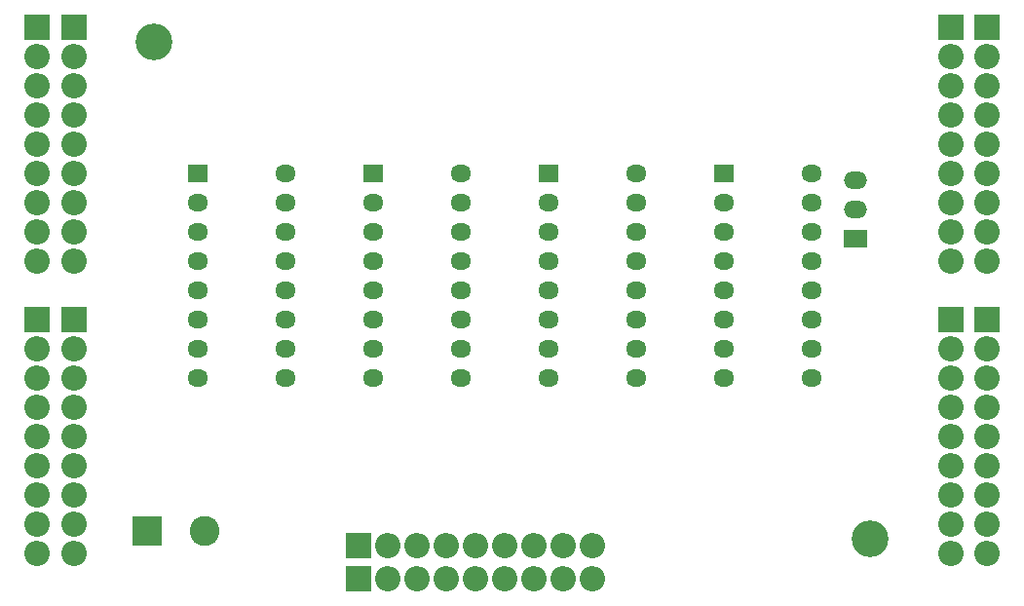
<source format=gbr>
%TF.GenerationSoftware,KiCad,Pcbnew,(5.1.8)-1*%
%TF.CreationDate,2022-11-12T22:57:05+03:00*%
%TF.ProjectId,MUX4x1,4d555834-7831-42e6-9b69-6361645f7063,rev?*%
%TF.SameCoordinates,Original*%
%TF.FileFunction,Soldermask,Bot*%
%TF.FilePolarity,Negative*%
%FSLAX46Y46*%
G04 Gerber Fmt 4.6, Leading zero omitted, Abs format (unit mm)*
G04 Created by KiCad (PCBNEW (5.1.8)-1) date 2022-11-12 22:57:05*
%MOMM*%
%LPD*%
G01*
G04 APERTURE LIST*
%ADD10O,2.200000X2.200000*%
%ADD11R,2.200000X2.200000*%
%ADD12O,1.800000X1.500000*%
%ADD13R,1.800000X1.500000*%
%ADD14O,2.000000X1.500000*%
%ADD15R,2.000000X1.500000*%
%ADD16C,3.200000*%
%ADD17R,2.600000X2.600000*%
%ADD18C,2.600000*%
G04 APERTURE END LIST*
D10*
%TO.C,J12*%
X121920000Y-108902500D03*
X119380000Y-108902500D03*
X116840000Y-108902500D03*
X114300000Y-108902500D03*
X111760000Y-108902500D03*
X109220000Y-108902500D03*
X106680000Y-108902500D03*
X104140000Y-108902500D03*
D11*
X101600000Y-108902500D03*
%TD*%
D10*
%TO.C,J11*%
X156210000Y-81280000D03*
X156210000Y-78740000D03*
X156210000Y-76200000D03*
X156210000Y-73660000D03*
X156210000Y-71120000D03*
X156210000Y-68580000D03*
X156210000Y-66040000D03*
X156210000Y-63500000D03*
D11*
X156210000Y-60960000D03*
%TD*%
D10*
%TO.C,J10*%
X73660000Y-81280000D03*
X73660000Y-78740000D03*
X73660000Y-76200000D03*
X73660000Y-73660000D03*
X73660000Y-71120000D03*
X73660000Y-68580000D03*
X73660000Y-66040000D03*
X73660000Y-63500000D03*
D11*
X73660000Y-60960000D03*
%TD*%
D10*
%TO.C,J9*%
X156210000Y-106680000D03*
X156210000Y-104140000D03*
X156210000Y-101600000D03*
X156210000Y-99060000D03*
X156210000Y-96520000D03*
X156210000Y-93980000D03*
X156210000Y-91440000D03*
X156210000Y-88900000D03*
D11*
X156210000Y-86360000D03*
%TD*%
D10*
%TO.C,J8*%
X73660000Y-106680000D03*
X73660000Y-104140000D03*
X73660000Y-101600000D03*
X73660000Y-99060000D03*
X73660000Y-96520000D03*
X73660000Y-93980000D03*
X73660000Y-91440000D03*
X73660000Y-88900000D03*
D11*
X73660000Y-86360000D03*
%TD*%
D12*
%TO.C,U2*%
X110490000Y-73660000D03*
X102870000Y-91440000D03*
X110490000Y-76200000D03*
X102870000Y-88900000D03*
X110490000Y-78740000D03*
X102870000Y-86360000D03*
X110490000Y-81280000D03*
X102870000Y-83820000D03*
X110490000Y-83820000D03*
X102870000Y-81280000D03*
X110490000Y-86360000D03*
X102870000Y-78740000D03*
X110490000Y-88900000D03*
X102870000Y-76200000D03*
X110490000Y-91440000D03*
D13*
X102870000Y-73660000D03*
%TD*%
D14*
%TO.C,J7*%
X144780000Y-74295000D03*
X144780000Y-76835000D03*
D15*
X144780000Y-79375000D03*
%TD*%
D16*
%TO.C,H1*%
X83820000Y-62230000D03*
%TD*%
%TO.C,H2*%
X146050000Y-105410000D03*
%TD*%
D17*
%TO.C,J1*%
X83185000Y-104775000D03*
D18*
X88185000Y-104775000D03*
%TD*%
D11*
%TO.C,J2*%
X76835000Y-86360000D03*
D10*
X76835000Y-88900000D03*
X76835000Y-91440000D03*
X76835000Y-93980000D03*
X76835000Y-96520000D03*
X76835000Y-99060000D03*
X76835000Y-101600000D03*
X76835000Y-104140000D03*
X76835000Y-106680000D03*
%TD*%
%TO.C,J3*%
X153035000Y-106680000D03*
X153035000Y-104140000D03*
X153035000Y-101600000D03*
X153035000Y-99060000D03*
X153035000Y-96520000D03*
X153035000Y-93980000D03*
X153035000Y-91440000D03*
X153035000Y-88900000D03*
D11*
X153035000Y-86360000D03*
%TD*%
%TO.C,J4*%
X76835000Y-60960000D03*
D10*
X76835000Y-63500000D03*
X76835000Y-66040000D03*
X76835000Y-68580000D03*
X76835000Y-71120000D03*
X76835000Y-73660000D03*
X76835000Y-76200000D03*
X76835000Y-78740000D03*
X76835000Y-81280000D03*
%TD*%
%TO.C,J5*%
X153035000Y-81280000D03*
X153035000Y-78740000D03*
X153035000Y-76200000D03*
X153035000Y-73660000D03*
X153035000Y-71120000D03*
X153035000Y-68580000D03*
X153035000Y-66040000D03*
X153035000Y-63500000D03*
D11*
X153035000Y-60960000D03*
%TD*%
%TO.C,J6*%
X101600000Y-106045000D03*
D10*
X104140000Y-106045000D03*
X106680000Y-106045000D03*
X109220000Y-106045000D03*
X111760000Y-106045000D03*
X114300000Y-106045000D03*
X116840000Y-106045000D03*
X119380000Y-106045000D03*
X121920000Y-106045000D03*
%TD*%
D13*
%TO.C,U1*%
X87630000Y-73660000D03*
D12*
X95250000Y-91440000D03*
X87630000Y-76200000D03*
X95250000Y-88900000D03*
X87630000Y-78740000D03*
X95250000Y-86360000D03*
X87630000Y-81280000D03*
X95250000Y-83820000D03*
X87630000Y-83820000D03*
X95250000Y-81280000D03*
X87630000Y-86360000D03*
X95250000Y-78740000D03*
X87630000Y-88900000D03*
X95250000Y-76200000D03*
X87630000Y-91440000D03*
X95250000Y-73660000D03*
%TD*%
D13*
%TO.C,U3*%
X118110000Y-73660000D03*
D12*
X125730000Y-91440000D03*
X118110000Y-76200000D03*
X125730000Y-88900000D03*
X118110000Y-78740000D03*
X125730000Y-86360000D03*
X118110000Y-81280000D03*
X125730000Y-83820000D03*
X118110000Y-83820000D03*
X125730000Y-81280000D03*
X118110000Y-86360000D03*
X125730000Y-78740000D03*
X118110000Y-88900000D03*
X125730000Y-76200000D03*
X118110000Y-91440000D03*
X125730000Y-73660000D03*
%TD*%
%TO.C,U4*%
X140970000Y-73660000D03*
X133350000Y-91440000D03*
X140970000Y-76200000D03*
X133350000Y-88900000D03*
X140970000Y-78740000D03*
X133350000Y-86360000D03*
X140970000Y-81280000D03*
X133350000Y-83820000D03*
X140970000Y-83820000D03*
X133350000Y-81280000D03*
X140970000Y-86360000D03*
X133350000Y-78740000D03*
X140970000Y-88900000D03*
X133350000Y-76200000D03*
X140970000Y-91440000D03*
D13*
X133350000Y-73660000D03*
%TD*%
M02*

</source>
